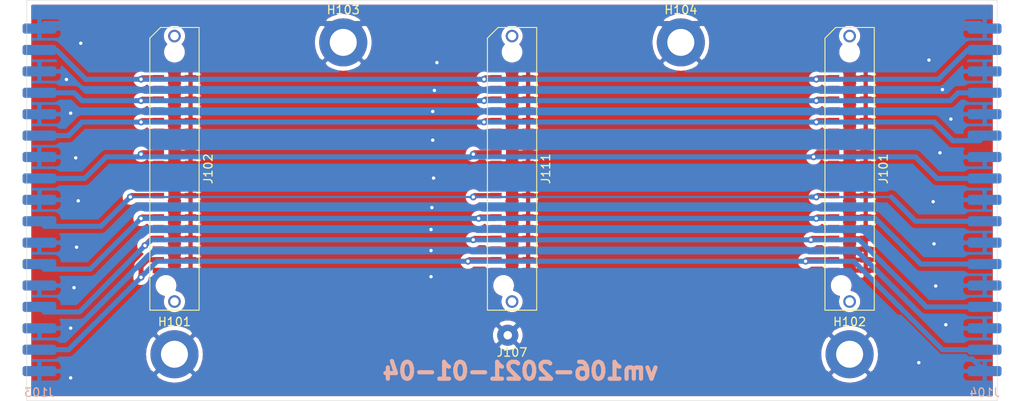
<source format=kicad_pcb>
(kicad_pcb (version 20171130) (host pcbnew "(5.1.5-0-10_14)")
  (layers (0 F.Cu signal) (31 B.Cu signal) (34 B.Paste user) (35 F.Paste user) (36 B.SilkS user) (37 F.SilkS user) (38 B.Mask user) (39 F.Mask user) (44 Edge.Cuts user))
  (net 0 "")
  (net 1 GND)
  (net 2 out_d)
  (net 3 out_c)
  (net 4 out_b)
  (net 5 out_a)
  (net 6 genlock)
  (net 7 vsync)
  (net 8 hsync)
  (net 9 porch)
  (module MountingHole:MountingHole_3.2mm_M3_ISO7380_Pad (layer F.Cu) (at 130 75)
    (fp_text reference H104 (at 0 -3.85) (layer F.SilkS))
    (fp_text value MountingHole_Pad)
    (pad 1 thru_hole circle (at 0 0) (size 5.7 5.7) (drill 3.2) (layers *.Cu *.Mask) (net 1 GND))
  )
  (module MountingHole:MountingHole_3.2mm_M3_ISO7380_Pad (layer F.Cu) (at 90 75)
    (fp_text reference H103 (at 0 -3.85) (layer F.SilkS))
    (fp_text value MountingHole_Pad)
    (pad 1 thru_hole circle (at 0 0) (size 5.7 5.7) (drill 3.2) (layers *.Cu *.Mask) (net 1 GND))
  )
  (module MountingHole:MountingHole_3.2mm_M3_ISO7380_Pad (layer F.Cu) (at 150 112)
    (fp_text reference H102 (at 0 -3.85) (layer F.SilkS))
    (fp_text value MountingHole_Pad)
    (pad 1 thru_hole circle (at 0 0) (size 5.7 5.7) (drill 3.2) (layers *.Cu *.Mask) (net 1 GND))
  )
  (module MountingHole:MountingHole_3.2mm_M3_ISO7380_Pad (layer F.Cu) (at 70 112)
    (fp_text reference H101 (at 0 -3.85) (layer F.SilkS))
    (fp_text value MountingHole_Pad)
    (pad 1 thru_hole circle (at 0 0) (size 5.7 5.7) (drill 3.2) (layers *.Cu *.Mask) (net 1 GND))
  )
  (module anyma_footprints:17pin-smd (layer B.Cu) (at 166 91.14 180)
    (fp_text reference J104 (at 0 -25.4) (layer B.SilkS) (effects (justify mirror)))
    (fp_text value Conn_01x17)
    (pad 17 smd roundrect (at 0 -22.86 180) (size 4 1.2) (layers B.Cu B.Paste B.Mask) (net 1 GND))
    (pad 16 smd roundrect (at 0 -20.32 180) (size 4 1.2) (layers B.Cu B.Paste B.Mask) (net 2 out_d))
    (pad 15 smd roundrect (at 0 -17.78 180) (size 4 1.2) (layers B.Cu B.Paste B.Mask) (net 1 GND))
    (pad 14 smd roundrect (at 0 -15.24 180) (size 4 1.2) (layers B.Cu B.Paste B.Mask) (net 3 out_c))
    (pad 13 smd roundrect (at 0 -12.7 180) (size 4 1.2) (layers B.Cu B.Paste B.Mask) (net 1 GND))
    (pad 12 smd roundrect (at 0 -10.16 180) (size 4 1.2) (layers B.Cu B.Paste B.Mask) (net 4 out_b))
    (pad 11 smd roundrect (at 0 -7.62 180) (size 4 1.2) (layers B.Cu B.Paste B.Mask) (net 1 GND))
    (pad 10 smd roundrect (at 0 -5.08 180) (size 4 1.2) (layers B.Cu B.Paste B.Mask) (net 5 out_a))
    (pad 9 smd roundrect (at 0 -2.54 180) (size 4 1.2) (layers B.Cu B.Paste B.Mask) (net 1 GND))
    (pad 8 smd roundrect (at 0 0 180) (size 4 1.2) (layers B.Cu B.Paste B.Mask) (net 6 genlock))
    (pad 7 smd roundrect (at 0 2.54 180) (size 4 1.2) (layers B.Cu B.Paste B.Mask) (net 1 GND))
    (pad 6 smd roundrect (at 0 5.08 180) (size 4 1.2) (layers B.Cu B.Paste B.Mask) (net 7 vsync))
    (pad 5 smd roundrect (at 0 7.62 180) (size 4 1.2) (layers B.Cu B.Paste B.Mask) (net 1 GND))
    (pad 4 smd roundrect (at 0 10.16 180) (size 4 1.2) (layers B.Cu B.Paste B.Mask) (net 8 hsync))
    (pad 3 smd roundrect (at 0 12.7 180) (size 4 1.2) (layers B.Cu B.Paste B.Mask) (net 1 GND))
    (pad 2 smd roundrect (at 0 15.24 180) (size 4 1.2) (layers B.Cu B.Paste B.Mask) (net 9 porch))
    (pad 1 smd roundrect (at 0 17.78 180) (size 4 1.2) (layers B.Cu B.Paste B.Mask) (net 1 GND))
  )
  (module anyma_footprints:17pin-smd (layer B.Cu) (at 54 91.14 180)
    (fp_text reference J103 (at 0 -25.4) (layer B.SilkS) (effects (justify mirror)))
    (fp_text value Conn_01x17)
    (pad 17 smd roundrect (at 0 -22.86 180) (size 4 1.2) (layers B.Cu B.Paste B.Mask) (net 1 GND))
    (pad 16 smd roundrect (at 0 -20.32 180) (size 4 1.2) (layers B.Cu B.Paste B.Mask) (net 2 out_d))
    (pad 15 smd roundrect (at 0 -17.78 180) (size 4 1.2) (layers B.Cu B.Paste B.Mask) (net 1 GND))
    (pad 14 smd roundrect (at 0 -15.24 180) (size 4 1.2) (layers B.Cu B.Paste B.Mask) (net 3 out_c))
    (pad 13 smd roundrect (at 0 -12.7 180) (size 4 1.2) (layers B.Cu B.Paste B.Mask) (net 1 GND))
    (pad 12 smd roundrect (at 0 -10.16 180) (size 4 1.2) (layers B.Cu B.Paste B.Mask) (net 4 out_b))
    (pad 11 smd roundrect (at 0 -7.62 180) (size 4 1.2) (layers B.Cu B.Paste B.Mask) (net 1 GND))
    (pad 10 smd roundrect (at 0 -5.08 180) (size 4 1.2) (layers B.Cu B.Paste B.Mask) (net 5 out_a))
    (pad 9 smd roundrect (at 0 -2.54 180) (size 4 1.2) (layers B.Cu B.Paste B.Mask) (net 1 GND))
    (pad 8 smd roundrect (at 0 0 180) (size 4 1.2) (layers B.Cu B.Paste B.Mask) (net 6 genlock))
    (pad 7 smd roundrect (at 0 2.54 180) (size 4 1.2) (layers B.Cu B.Paste B.Mask) (net 1 GND))
    (pad 6 smd roundrect (at 0 5.08 180) (size 4 1.2) (layers B.Cu B.Paste B.Mask) (net 7 vsync))
    (pad 5 smd roundrect (at 0 7.62 180) (size 4 1.2) (layers B.Cu B.Paste B.Mask) (net 1 GND))
    (pad 4 smd roundrect (at 0 10.16 180) (size 4 1.2) (layers B.Cu B.Paste B.Mask) (net 8 hsync))
    (pad 3 smd roundrect (at 0 12.7 180) (size 4 1.2) (layers B.Cu B.Paste B.Mask) (net 1 GND))
    (pad 2 smd roundrect (at 0 15.24 180) (size 4 1.2) (layers B.Cu B.Paste B.Mask) (net 9 porch))
    (pad 1 smd roundrect (at 0 17.78 180) (size 4 1.2) (layers B.Cu B.Paste B.Mask) (net 1 GND))
  )
  (module Connector_PCBEdge:Samtec_MECF-20-01-L-DV-WT_2x20_P1.27mm_Polarized_Socket_Horizontal (layer F.Cu) (at 110 90 270)
    (fp_text reference J111 (at 0 -4 90) (layer F.SilkS))
    (fp_text value Card-Edge_02x20_Odd_Even)
    (fp_line (start -15.5 2.92) (end -16.77 1.65) (layer F.SilkS) (width 0.12))
    (fp_line (start 16.77 2.92) (end 16.77 -2.92) (layer F.SilkS) (width 0.12))
    (fp_line (start -16.77 1.65) (end -16.77 -2.92) (layer F.SilkS) (width 0.12))
    (fp_line (start -16.77 -2.92) (end 16.77 -2.92) (layer F.SilkS) (width 0.12))
    (fp_line (start -15.5 2.92) (end 16.77 2.92) (layer F.SilkS) (width 0.12))
    (pad "" thru_hole circle (at 15.75 0 270) (size 1.5 1.5) (drill 1) (layers *.Cu *.Mask))
    (pad "" thru_hole circle (at -15.75 0 270) (size 1.5 1.5) (drill 1) (layers *.Cu *.Mask))
    (pad "" np_thru_hole circle (at 13.845 1 270) (size 1.45 1.45) (drill 1.45) (layers *.Cu *.Mask))
    (pad "" np_thru_hole circle (at -13.845 0 270) (size 1.45 1.45) (drill 1.45) (layers *.Cu *.Mask))
    (pad 40 smd rect (at 12.065 -1.905 270) (size 0.66 1.35) (layers F.Cu F.Paste F.Mask) (net 1 GND))
    (pad 39 smd rect (at 12.065 1.905 270) (size 0.66 1.35) (layers F.Cu F.Paste F.Mask) (net 1 GND))
    (pad 38 smd rect (at 10.795 -1.905 270) (size 0.66 1.35) (layers F.Cu F.Paste F.Mask) (net 1 GND))
    (pad 37 smd rect (at 10.795 1.905 270) (size 0.66 1.35) (layers F.Cu F.Paste F.Mask) (net 2 out_d))
    (pad 36 smd rect (at 9.525 -1.905 270) (size 0.66 1.35) (layers F.Cu F.Paste F.Mask) (net 1 GND))
    (pad 35 smd rect (at 9.525 1.905 270) (size 0.66 1.35) (layers F.Cu F.Paste F.Mask) (net 1 GND))
    (pad 34 smd rect (at 8.255 -1.905 270) (size 0.66 1.35) (layers F.Cu F.Paste F.Mask) (net 1 GND))
    (pad 33 smd rect (at 8.255 1.905 270) (size 0.66 1.35) (layers F.Cu F.Paste F.Mask) (net 3 out_c))
    (pad 32 smd rect (at 6.985 -1.905 270) (size 0.66 1.35) (layers F.Cu F.Paste F.Mask) (net 1 GND))
    (pad 31 smd rect (at 6.985 1.905 270) (size 0.66 1.35) (layers F.Cu F.Paste F.Mask) (net 1 GND))
    (pad 30 smd rect (at 5.715 -1.905 270) (size 0.66 1.35) (layers F.Cu F.Paste F.Mask) (net 1 GND))
    (pad 29 smd rect (at 5.715 1.905 270) (size 0.66 1.35) (layers F.Cu F.Paste F.Mask) (net 4 out_b))
    (pad 28 smd rect (at 4.445 -1.905 270) (size 0.66 1.35) (layers F.Cu F.Paste F.Mask) (net 1 GND))
    (pad 27 smd rect (at 4.445 1.905 270) (size 0.66 1.35) (layers F.Cu F.Paste F.Mask) (net 1 GND))
    (pad 26 smd rect (at 3.175 -1.905 270) (size 0.66 1.35) (layers F.Cu F.Paste F.Mask) (net 1 GND))
    (pad 25 smd rect (at 3.175 1.905 270) (size 0.66 1.35) (layers F.Cu F.Paste F.Mask) (net 5 out_a))
    (pad 24 smd rect (at 1.905 -1.905 270) (size 0.66 1.35) (layers F.Cu F.Paste F.Mask) (net 1 GND))
    (pad 23 smd rect (at 1.905 1.905 270) (size 0.66 1.35) (layers F.Cu F.Paste F.Mask) (net 1 GND))
    (pad 22 smd rect (at 0.635 -1.905 270) (size 0.66 1.35) (layers F.Cu F.Paste F.Mask) (net 1 GND))
    (pad 21 smd rect (at 0.635 1.905 270) (size 0.66 1.35) (layers F.Cu F.Paste F.Mask) (net 1 GND))
    (pad 20 smd rect (at -0.635 -1.905 270) (size 0.66 1.35) (layers F.Cu F.Paste F.Mask) (net 1 GND))
    (pad 19 smd rect (at -0.635 1.905 270) (size 0.66 1.35) (layers F.Cu F.Paste F.Mask) (net 1 GND))
    (pad 18 smd rect (at -1.905 -1.905 270) (size 0.66 1.35) (layers F.Cu F.Paste F.Mask) (net 1 GND))
    (pad 17 smd rect (at -1.905 1.905 270) (size 0.66 1.35) (layers F.Cu F.Paste F.Mask) (net 6 genlock))
    (pad 14 smd rect (at -4.445 -1.905 270) (size 0.66 1.35) (layers F.Cu F.Paste F.Mask) (net 1 GND))
    (pad 13 smd rect (at -4.445 1.905 270) (size 0.66 1.35) (layers F.Cu F.Paste F.Mask) (net 1 GND))
    (pad 12 smd rect (at -5.715 -1.905 270) (size 0.66 1.35) (layers F.Cu F.Paste F.Mask) (net 1 GND))
    (pad 11 smd rect (at -5.715 1.905 270) (size 0.66 1.35) (layers F.Cu F.Paste F.Mask) (net 7 vsync))
    (pad 10 smd rect (at -6.985 -1.905 270) (size 0.66 1.35) (layers F.Cu F.Paste F.Mask) (net 1 GND))
    (pad 9 smd rect (at -6.985 1.905 270) (size 0.66 1.35) (layers F.Cu F.Paste F.Mask) (net 1 GND))
    (pad 8 smd rect (at -8.255 -1.905 270) (size 0.66 1.35) (layers F.Cu F.Paste F.Mask) (net 1 GND))
    (pad 7 smd rect (at -8.255 1.905 270) (size 0.66 1.35) (layers F.Cu F.Paste F.Mask) (net 8 hsync))
    (pad 6 smd rect (at -9.525 -1.905 270) (size 0.66 1.35) (layers F.Cu F.Paste F.Mask) (net 1 GND))
    (pad 5 smd rect (at -9.525 1.905 270) (size 0.66 1.35) (layers F.Cu F.Paste F.Mask) (net 1 GND))
    (pad 4 smd rect (at -10.795 -1.905 270) (size 0.66 1.35) (layers F.Cu F.Paste F.Mask) (net 1 GND))
    (pad 3 smd rect (at -10.795 1.905 270) (size 0.66 1.35) (layers F.Cu F.Paste F.Mask) (net 9 porch))
    (pad 2 smd rect (at -12.065 -1.905 270) (size 0.66 1.35) (layers F.Cu F.Paste F.Mask) (net 1 GND))
    (pad 1 smd rect (at -12.065 1.905 270) (size 0.66 1.35) (layers F.Cu F.Paste F.Mask) (net 1 GND))
  )
  (module synkie_footprints:Solderpad_1mm (layer F.Cu) (at 110 110)
    (fp_text reference J107 (at 0 1.778) (layer F.SilkS))
    (fp_text value gnd)
    (pad 1 thru_hole circle (at -0.508 -0.254) (size 2.5 2.5) (drill 1) (layers *.Cu *.Mask) (net 1 GND))
  )
  (module Connector_PCBEdge:Samtec_MECF-20-01-L-DV-WT_2x20_P1.27mm_Polarized_Socket_Horizontal (layer F.Cu) (at 70 90 270)
    (fp_text reference J102 (at 0 -4 90) (layer F.SilkS))
    (fp_text value Card-Edge_02x20_Odd_Even)
    (fp_line (start -15.5 2.92) (end -16.77 1.65) (layer F.SilkS) (width 0.12))
    (fp_line (start 16.77 2.92) (end 16.77 -2.92) (layer F.SilkS) (width 0.12))
    (fp_line (start -16.77 1.65) (end -16.77 -2.92) (layer F.SilkS) (width 0.12))
    (fp_line (start -16.77 -2.92) (end 16.77 -2.92) (layer F.SilkS) (width 0.12))
    (fp_line (start -15.5 2.92) (end 16.77 2.92) (layer F.SilkS) (width 0.12))
    (pad "" thru_hole circle (at 15.75 0 270) (size 1.5 1.5) (drill 1) (layers *.Cu *.Mask))
    (pad "" thru_hole circle (at -15.75 0 270) (size 1.5 1.5) (drill 1) (layers *.Cu *.Mask))
    (pad "" np_thru_hole circle (at 13.845 1 270) (size 1.45 1.45) (drill 1.45) (layers *.Cu *.Mask))
    (pad "" np_thru_hole circle (at -13.845 0 270) (size 1.45 1.45) (drill 1.45) (layers *.Cu *.Mask))
    (pad 40 smd rect (at 12.065 -1.905 270) (size 0.66 1.35) (layers F.Cu F.Paste F.Mask) (net 1 GND))
    (pad 39 smd rect (at 12.065 1.905 270) (size 0.66 1.35) (layers F.Cu F.Paste F.Mask) (net 1 GND))
    (pad 38 smd rect (at 10.795 -1.905 270) (size 0.66 1.35) (layers F.Cu F.Paste F.Mask) (net 1 GND))
    (pad 37 smd rect (at 10.795 1.905 270) (size 0.66 1.35) (layers F.Cu F.Paste F.Mask) (net 2 out_d))
    (pad 36 smd rect (at 9.525 -1.905 270) (size 0.66 1.35) (layers F.Cu F.Paste F.Mask) (net 1 GND))
    (pad 35 smd rect (at 9.525 1.905 270) (size 0.66 1.35) (layers F.Cu F.Paste F.Mask) (net 1 GND))
    (pad 34 smd rect (at 8.255 -1.905 270) (size 0.66 1.35) (layers F.Cu F.Paste F.Mask) (net 1 GND))
    (pad 33 smd rect (at 8.255 1.905 270) (size 0.66 1.35) (layers F.Cu F.Paste F.Mask) (net 3 out_c))
    (pad 32 smd rect (at 6.985 -1.905 270) (size 0.66 1.35) (layers F.Cu F.Paste F.Mask) (net 1 GND))
    (pad 31 smd rect (at 6.985 1.905 270) (size 0.66 1.35) (layers F.Cu F.Paste F.Mask) (net 1 GND))
    (pad 30 smd rect (at 5.715 -1.905 270) (size 0.66 1.35) (layers F.Cu F.Paste F.Mask) (net 1 GND))
    (pad 29 smd rect (at 5.715 1.905 270) (size 0.66 1.35) (layers F.Cu F.Paste F.Mask) (net 4 out_b))
    (pad 28 smd rect (at 4.445 -1.905 270) (size 0.66 1.35) (layers F.Cu F.Paste F.Mask) (net 1 GND))
    (pad 27 smd rect (at 4.445 1.905 270) (size 0.66 1.35) (layers F.Cu F.Paste F.Mask) (net 1 GND))
    (pad 26 smd rect (at 3.175 -1.905 270) (size 0.66 1.35) (layers F.Cu F.Paste F.Mask) (net 1 GND))
    (pad 25 smd rect (at 3.175 1.905 270) (size 0.66 1.35) (layers F.Cu F.Paste F.Mask) (net 5 out_a))
    (pad 24 smd rect (at 1.905 -1.905 270) (size 0.66 1.35) (layers F.Cu F.Paste F.Mask) (net 1 GND))
    (pad 23 smd rect (at 1.905 1.905 270) (size 0.66 1.35) (layers F.Cu F.Paste F.Mask) (net 1 GND))
    (pad 22 smd rect (at 0.635 -1.905 270) (size 0.66 1.35) (layers F.Cu F.Paste F.Mask) (net 1 GND))
    (pad 21 smd rect (at 0.635 1.905 270) (size 0.66 1.35) (layers F.Cu F.Paste F.Mask) (net 1 GND))
    (pad 20 smd rect (at -0.635 -1.905 270) (size 0.66 1.35) (layers F.Cu F.Paste F.Mask) (net 1 GND))
    (pad 19 smd rect (at -0.635 1.905 270) (size 0.66 1.35) (layers F.Cu F.Paste F.Mask) (net 1 GND))
    (pad 18 smd rect (at -1.905 -1.905 270) (size 0.66 1.35) (layers F.Cu F.Paste F.Mask) (net 1 GND))
    (pad 17 smd rect (at -1.905 1.905 270) (size 0.66 1.35) (layers F.Cu F.Paste F.Mask) (net 6 genlock))
    (pad 14 smd rect (at -4.445 -1.905 270) (size 0.66 1.35) (layers F.Cu F.Paste F.Mask) (net 1 GND))
    (pad 13 smd rect (at -4.445 1.905 270) (size 0.66 1.35) (layers F.Cu F.Paste F.Mask) (net 1 GND))
    (pad 12 smd rect (at -5.715 -1.905 270) (size 0.66 1.35) (layers F.Cu F.Paste F.Mask) (net 1 GND))
    (pad 11 smd rect (at -5.715 1.905 270) (size 0.66 1.35) (layers F.Cu F.Paste F.Mask) (net 7 vsync))
    (pad 10 smd rect (at -6.985 -1.905 270) (size 0.66 1.35) (layers F.Cu F.Paste F.Mask) (net 1 GND))
    (pad 9 smd rect (at -6.985 1.905 270) (size 0.66 1.35) (layers F.Cu F.Paste F.Mask) (net 1 GND))
    (pad 8 smd rect (at -8.255 -1.905 270) (size 0.66 1.35) (layers F.Cu F.Paste F.Mask) (net 1 GND))
    (pad 7 smd rect (at -8.255 1.905 270) (size 0.66 1.35) (layers F.Cu F.Paste F.Mask) (net 8 hsync))
    (pad 6 smd rect (at -9.525 -1.905 270) (size 0.66 1.35) (layers F.Cu F.Paste F.Mask) (net 1 GND))
    (pad 5 smd rect (at -9.525 1.905 270) (size 0.66 1.35) (layers F.Cu F.Paste F.Mask) (net 1 GND))
    (pad 4 smd rect (at -10.795 -1.905 270) (size 0.66 1.35) (layers F.Cu F.Paste F.Mask) (net 1 GND))
    (pad 3 smd rect (at -10.795 1.905 270) (size 0.66 1.35) (layers F.Cu F.Paste F.Mask) (net 9 porch))
    (pad 2 smd rect (at -12.065 -1.905 270) (size 0.66 1.35) (layers F.Cu F.Paste F.Mask) (net 1 GND))
    (pad 1 smd rect (at -12.065 1.905 270) (size 0.66 1.35) (layers F.Cu F.Paste F.Mask) (net 1 GND))
  )
  (module Connector_PCBEdge:Samtec_MECF-20-01-L-DV-WT_2x20_P1.27mm_Polarized_Socket_Horizontal (layer F.Cu) (at 150 90 270)
    (fp_text reference J101 (at 0 -4 90) (layer F.SilkS))
    (fp_text value Card-Edge_02x20_Odd_Even)
    (fp_line (start -15.5 2.92) (end -16.77 1.65) (layer F.SilkS) (width 0.12))
    (fp_line (start 16.77 2.92) (end 16.77 -2.92) (layer F.SilkS) (width 0.12))
    (fp_line (start -16.77 1.65) (end -16.77 -2.92) (layer F.SilkS) (width 0.12))
    (fp_line (start -16.77 -2.92) (end 16.77 -2.92) (layer F.SilkS) (width 0.12))
    (fp_line (start -15.5 2.92) (end 16.77 2.92) (layer F.SilkS) (width 0.12))
    (pad "" thru_hole circle (at 15.75 0 270) (size 1.5 1.5) (drill 1) (layers *.Cu *.Mask))
    (pad "" thru_hole circle (at -15.75 0 270) (size 1.5 1.5) (drill 1) (layers *.Cu *.Mask))
    (pad "" np_thru_hole circle (at 13.845 1 270) (size 1.45 1.45) (drill 1.45) (layers *.Cu *.Mask))
    (pad "" np_thru_hole circle (at -13.845 0 270) (size 1.45 1.45) (drill 1.45) (layers *.Cu *.Mask))
    (pad 40 smd rect (at 12.065 -1.905 270) (size 0.66 1.35) (layers F.Cu F.Paste F.Mask) (net 1 GND))
    (pad 39 smd rect (at 12.065 1.905 270) (size 0.66 1.35) (layers F.Cu F.Paste F.Mask) (net 1 GND))
    (pad 38 smd rect (at 10.795 -1.905 270) (size 0.66 1.35) (layers F.Cu F.Paste F.Mask) (net 1 GND))
    (pad 37 smd rect (at 10.795 1.905 270) (size 0.66 1.35) (layers F.Cu F.Paste F.Mask) (net 2 out_d))
    (pad 36 smd rect (at 9.525 -1.905 270) (size 0.66 1.35) (layers F.Cu F.Paste F.Mask) (net 1 GND))
    (pad 35 smd rect (at 9.525 1.905 270) (size 0.66 1.35) (layers F.Cu F.Paste F.Mask) (net 1 GND))
    (pad 34 smd rect (at 8.255 -1.905 270) (size 0.66 1.35) (layers F.Cu F.Paste F.Mask) (net 1 GND))
    (pad 33 smd rect (at 8.255 1.905 270) (size 0.66 1.35) (layers F.Cu F.Paste F.Mask) (net 3 out_c))
    (pad 32 smd rect (at 6.985 -1.905 270) (size 0.66 1.35) (layers F.Cu F.Paste F.Mask) (net 1 GND))
    (pad 31 smd rect (at 6.985 1.905 270) (size 0.66 1.35) (layers F.Cu F.Paste F.Mask) (net 1 GND))
    (pad 30 smd rect (at 5.715 -1.905 270) (size 0.66 1.35) (layers F.Cu F.Paste F.Mask) (net 1 GND))
    (pad 29 smd rect (at 5.715 1.905 270) (size 0.66 1.35) (layers F.Cu F.Paste F.Mask) (net 4 out_b))
    (pad 28 smd rect (at 4.445 -1.905 270) (size 0.66 1.35) (layers F.Cu F.Paste F.Mask) (net 1 GND))
    (pad 27 smd rect (at 4.445 1.905 270) (size 0.66 1.35) (layers F.Cu F.Paste F.Mask) (net 1 GND))
    (pad 26 smd rect (at 3.175 -1.905 270) (size 0.66 1.35) (layers F.Cu F.Paste F.Mask) (net 1 GND))
    (pad 25 smd rect (at 3.175 1.905 270) (size 0.66 1.35) (layers F.Cu F.Paste F.Mask) (net 5 out_a))
    (pad 24 smd rect (at 1.905 -1.905 270) (size 0.66 1.35) (layers F.Cu F.Paste F.Mask) (net 1 GND))
    (pad 23 smd rect (at 1.905 1.905 270) (size 0.66 1.35) (layers F.Cu F.Paste F.Mask) (net 1 GND))
    (pad 22 smd rect (at 0.635 -1.905 270) (size 0.66 1.35) (layers F.Cu F.Paste F.Mask) (net 1 GND))
    (pad 21 smd rect (at 0.635 1.905 270) (size 0.66 1.35) (layers F.Cu F.Paste F.Mask) (net 1 GND))
    (pad 20 smd rect (at -0.635 -1.905 270) (size 0.66 1.35) (layers F.Cu F.Paste F.Mask) (net 1 GND))
    (pad 19 smd rect (at -0.635 1.905 270) (size 0.66 1.35) (layers F.Cu F.Paste F.Mask) (net 1 GND))
    (pad 18 smd rect (at -1.905 -1.905 270) (size 0.66 1.35) (layers F.Cu F.Paste F.Mask) (net 1 GND))
    (pad 17 smd rect (at -1.905 1.905 270) (size 0.66 1.35) (layers F.Cu F.Paste F.Mask) (net 6 genlock))
    (pad 14 smd rect (at -4.445 -1.905 270) (size 0.66 1.35) (layers F.Cu F.Paste F.Mask) (net 1 GND))
    (pad 13 smd rect (at -4.445 1.905 270) (size 0.66 1.35) (layers F.Cu F.Paste F.Mask) (net 1 GND))
    (pad 12 smd rect (at -5.715 -1.905 270) (size 0.66 1.35) (layers F.Cu F.Paste F.Mask) (net 1 GND))
    (pad 11 smd rect (at -5.715 1.905 270) (size 0.66 1.35) (layers F.Cu F.Paste F.Mask) (net 7 vsync))
    (pad 10 smd rect (at -6.985 -1.905 270) (size 0.66 1.35) (layers F.Cu F.Paste F.Mask) (net 1 GND))
    (pad 9 smd rect (at -6.985 1.905 270) (size 0.66 1.35) (layers F.Cu F.Paste F.Mask) (net 1 GND))
    (pad 8 smd rect (at -8.255 -1.905 270) (size 0.66 1.35) (layers F.Cu F.Paste F.Mask) (net 1 GND))
    (pad 7 smd rect (at -8.255 1.905 270) (size 0.66 1.35) (layers F.Cu F.Paste F.Mask) (net 8 hsync))
    (pad 6 smd rect (at -9.525 -1.905 270) (size 0.66 1.35) (layers F.Cu F.Paste F.Mask) (net 1 GND))
    (pad 5 smd rect (at -9.525 1.905 270) (size 0.66 1.35) (layers F.Cu F.Paste F.Mask) (net 1 GND))
    (pad 4 smd rect (at -10.795 -1.905 270) (size 0.66 1.35) (layers F.Cu F.Paste F.Mask) (net 1 GND))
    (pad 3 smd rect (at -10.795 1.905 270) (size 0.66 1.35) (layers F.Cu F.Paste F.Mask) (net 9 porch))
    (pad 2 smd rect (at -12.065 -1.905 270) (size 0.66 1.35) (layers F.Cu F.Paste F.Mask) (net 1 GND))
    (pad 1 smd rect (at -12.065 1.905 270) (size 0.66 1.35) (layers F.Cu F.Paste F.Mask) (net 1 GND))
  )
  (gr_text vm106-2021-01-04 (at 111 114) (layer B.SilkS) (effects (font (size 2 2) (thickness 0.5)) (justify mirror)))
  (gr_line (start 52.5 117.5) (end 52.5 70) (layer Edge.Cuts) (width 0.05))
  (gr_line (start 167.5 117.5) (end 52.5 117.5) (layer Edge.Cuts) (width 0.05))
  (gr_line (start 167.5 70) (end 167.5 117.5) (layer Edge.Cuts) (width 0.05))
  (gr_line (start 52.5 70) (end 167.5 70) (layer Edge.Cuts) (width 0.05))
  (segment (start 54.6 72.76) (end 54 73.36) (width 0.6) (layer B.Cu) (net 1))
  (segment (start 165.4 72.76) (end 54.6 72.76) (width 0.6) (layer B.Cu) (net 1))
  (segment (start 166 73.36) (end 165.4 72.76) (width 0.6) (layer B.Cu) (net 1))
  (via (at 100.6 86.6) (size 0.8) (drill 0.4) (layers F.Cu B.Cu) (net 1))
  (via (at 100.7 91.1) (size 0.8) (drill 0.4) (layers F.Cu B.Cu) (net 1))
  (via (at 100.5 94.6) (size 0.8) (drill 0.4) (layers F.Cu B.Cu) (net 1))
  (via (at 100.4 97.2) (size 0.8) (drill 0.4) (layers F.Cu B.Cu) (net 1))
  (via (at 100.4 99.7) (size 0.8) (drill 0.4) (layers F.Cu B.Cu) (net 1))
  (via (at 100.4 102.8) (size 0.8) (drill 0.4) (layers F.Cu B.Cu) (net 1))
  (via (at 100.6 83.2) (size 0.8) (drill 0.4) (layers F.Cu B.Cu) (net 1))
  (via (at 100.8 80.7) (size 0.8) (drill 0.4) (layers F.Cu B.Cu) (net 1))
  (via (at 101.1 77.4) (size 0.8) (drill 0.4) (layers F.Cu B.Cu) (net 1))
  (via (at 159.4 77.1) (size 0.8) (drill 0.4) (layers F.Cu B.Cu) (net 1))
  (via (at 161 80.6) (size 0.8) (drill 0.4) (layers F.Cu B.Cu) (net 1))
  (via (at 162 84.1) (size 0.8) (drill 0.4) (layers F.Cu B.Cu) (net 1))
  (via (at 160.7 88.1) (size 0.8) (drill 0.4) (layers F.Cu B.Cu) (net 1))
  (via (at 159.9 93.9) (size 0.8) (drill 0.4) (layers F.Cu B.Cu) (net 1))
  (via (at 160 98.9) (size 0.8) (drill 0.4) (layers F.Cu B.Cu) (net 1))
  (via (at 160.2 103.9) (size 0.8) (drill 0.4) (layers F.Cu B.Cu) (net 1))
  (via (at 161.4 108.5) (size 0.8) (drill 0.4) (layers F.Cu B.Cu) (net 1))
  (via (at 158.2 113) (size 0.8) (drill 0.4) (layers F.Cu B.Cu) (net 1))
  (via (at 58.9 75.1) (size 0.8) (drill 0.4) (layers F.Cu B.Cu) (net 1))
  (via (at 57.2 79.4) (size 0.8) (drill 0.4) (layers F.Cu B.Cu) (net 1))
  (via (at 57.7 83.4) (size 0.8) (drill 0.4) (layers F.Cu B.Cu) (net 1))
  (via (at 58.3 88.7) (size 0.8) (drill 0.4) (layers F.Cu B.Cu) (net 1))
  (via (at 58.6 93.8) (size 0.8) (drill 0.4) (layers F.Cu B.Cu) (net 1))
  (via (at 58.4 99.3) (size 0.8) (drill 0.4) (layers F.Cu B.Cu) (net 1))
  (via (at 58.1 104.1) (size 0.8) (drill 0.4) (layers F.Cu B.Cu) (net 1))
  (via (at 57.7 108.9) (size 0.8) (drill 0.4) (layers F.Cu B.Cu) (net 1))
  (via (at 57.7 114.8) (size 0.8) (drill 0.4) (layers F.Cu B.Cu) (net 1))
  (segment (start 164.56001 112.56001) (end 166 114) (width 0.6) (layer B.Cu) (net 1))
  (segment (start 163.668624 112.26001) (end 163.968624 112.56001) (width 0.6) (layer B.Cu) (net 1))
  (segment (start 160.658626 112.26001) (end 163.668624 112.26001) (width 0.6) (layer B.Cu) (net 1))
  (segment (start 111.638 107.6) (end 155.998616 107.6) (width 0.6) (layer B.Cu) (net 1))
  (segment (start 155.998616 107.6) (end 160.658626 112.26001) (width 0.6) (layer B.Cu) (net 1))
  (segment (start 163.968624 112.56001) (end 164.56001 112.56001) (width 0.6) (layer B.Cu) (net 1))
  (segment (start 109.492 109.746) (end 111.638 107.6) (width 0.6) (layer B.Cu) (net 1))
  (segment (start 160.99 111.46) (end 166 111.46) (width 0.6) (layer B.Cu) (net 2))
  (segment (start 150.495 100.965) (end 160.99 111.46) (width 0.6) (layer B.Cu) (net 2))
  (segment (start 54 111.46) (end 57.45 111.46) (width 0.6) (layer B.Cu) (net 2))
  (via (at 104.775 100.965) (size 0.8) (drill 0.4) (layers F.Cu B.Cu) (net 2))
  (segment (start 104.945 100.795) (end 104.775 100.965) (width 0.6) (layer F.Cu) (net 2))
  (segment (start 108.095 100.795) (end 104.945 100.795) (width 0.6) (layer F.Cu) (net 2))
  (segment (start 67.945 100.965) (end 104.775 100.965) (width 0.6) (layer B.Cu) (net 2))
  (via (at 66.04 102.87) (size 0.8) (drill 0.4) (layers F.Cu B.Cu) (net 2))
  (segment (start 68.095 100.795) (end 66.82 100.795) (width 0.6) (layer F.Cu) (net 2))
  (segment (start 66.82 100.795) (end 66.04 101.575) (width 0.6) (layer F.Cu) (net 2))
  (segment (start 66.04 101.575) (end 66.04 102.87) (width 0.6) (layer F.Cu) (net 2))
  (segment (start 66.04 102.87) (end 67.945 100.965) (width 0.6) (layer B.Cu) (net 2))
  (segment (start 57.45 111.46) (end 66.04 102.87) (width 0.6) (layer B.Cu) (net 2))
  (segment (start 148.095 100.795) (end 144.95 100.795) (width 0.6) (layer F.Cu) (net 2))
  (segment (start 144.95 100.795) (end 144.78 100.965) (width 0.6) (layer F.Cu) (net 2))
  (segment (start 144.78 100.965) (end 150.495 100.965) (width 0.6) (layer B.Cu) (net 2))
  (via (at 144.78 100.965) (size 0.8) (drill 0.4) (layers F.Cu B.Cu) (net 2))
  (segment (start 104.775 100.965) (end 144.78 100.965) (width 0.6) (layer B.Cu) (net 2))
  (segment (start 54.6 106.98) (end 58.755 106.98) (width 0.6) (layer B.Cu) (net 3))
  (segment (start 54 106.38) (end 54.6 106.98) (width 0.6) (layer B.Cu) (net 3))
  (segment (start 159.085 106.38) (end 166 106.38) (width 0.6) (layer B.Cu) (net 3))
  (segment (start 151.13 98.425) (end 159.085 106.38) (width 0.6) (layer B.Cu) (net 3))
  (via (at 105.41 98.425) (size 0.8) (drill 0.4) (layers F.Cu B.Cu) (net 3))
  (segment (start 105.58 98.255) (end 105.41 98.425) (width 0.6) (layer F.Cu) (net 3))
  (segment (start 108.095 98.255) (end 105.58 98.255) (width 0.6) (layer F.Cu) (net 3))
  (segment (start 67.31 98.425) (end 105.41 98.425) (width 0.6) (layer B.Cu) (net 3))
  (segment (start 148.095 98.255) (end 145.585 98.255) (width 0.6) (layer F.Cu) (net 3))
  (segment (start 145.415 98.425) (end 151.13 98.425) (width 0.6) (layer B.Cu) (net 3))
  (via (at 145.415 98.425) (size 0.8) (drill 0.4) (layers F.Cu B.Cu) (net 3))
  (segment (start 145.585 98.255) (end 145.415 98.425) (width 0.6) (layer F.Cu) (net 3))
  (segment (start 105.41 98.425) (end 145.415 98.425) (width 0.6) (layer B.Cu) (net 3))
  (via (at 66.5 99.1) (size 0.8) (drill 0.4) (layers F.Cu B.Cu) (net 3))
  (segment (start 67.345 98.255) (end 66.5 99.1) (width 0.6) (layer F.Cu) (net 3))
  (segment (start 68.095 98.255) (end 67.345 98.255) (width 0.6) (layer F.Cu) (net 3))
  (segment (start 66.5 99.1) (end 67.31 98.425) (width 0.6) (layer B.Cu) (net 3))
  (segment (start 58.755 106.98) (end 66.5 99.1) (width 0.6) (layer B.Cu) (net 3))
  (segment (start 54.6 101.9) (end 60.025 101.9) (width 0.6) (layer B.Cu) (net 4))
  (segment (start 54 101.3) (end 54.6 101.9) (width 0.6) (layer B.Cu) (net 4))
  (segment (start 60.025 101.9) (end 66.04 95.885) (width 0.6) (layer B.Cu) (net 4))
  (segment (start 158.45 101.3) (end 166 101.3) (width 0.6) (layer B.Cu) (net 4))
  (segment (start 153.035 95.885) (end 158.45 101.3) (width 0.6) (layer B.Cu) (net 4))
  (via (at 106.045 95.885) (size 0.8) (drill 0.4) (layers F.Cu B.Cu) (net 4))
  (segment (start 107.95 95.885) (end 106.045 95.885) (width 0.6) (layer B.Cu) (net 4))
  (segment (start 66.04 95.885) (end 107.95 95.885) (width 0.6) (layer B.Cu) (net 4))
  (segment (start 106.215 95.715) (end 106.045 95.885) (width 0.6) (layer F.Cu) (net 4))
  (segment (start 108.095 95.715) (end 106.215 95.715) (width 0.6) (layer F.Cu) (net 4))
  (via (at 66.04 95.885) (size 0.8) (drill 0.4) (layers F.Cu B.Cu) (net 4))
  (segment (start 66.21 95.715) (end 66.04 95.885) (width 0.6) (layer F.Cu) (net 4))
  (segment (start 68.095 95.715) (end 66.21 95.715) (width 0.6) (layer F.Cu) (net 4))
  (via (at 146.05 95.885) (size 0.8) (drill 0.4) (layers F.Cu B.Cu) (net 4))
  (segment (start 146.22 95.715) (end 146.05 95.885) (width 0.6) (layer F.Cu) (net 4))
  (segment (start 148.095 95.715) (end 146.22 95.715) (width 0.6) (layer F.Cu) (net 4))
  (segment (start 146.05 95.885) (end 153.035 95.885) (width 0.6) (layer B.Cu) (net 4))
  (segment (start 107.95 95.885) (end 146.05 95.885) (width 0.6) (layer B.Cu) (net 4))
  (segment (start 54.6 96.82) (end 61.295 96.82) (width 0.6) (layer B.Cu) (net 5))
  (segment (start 54 96.22) (end 54.6 96.82) (width 0.6) (layer B.Cu) (net 5))
  (segment (start 61.295 96.82) (end 64.77 93.345) (width 0.6) (layer B.Cu) (net 5))
  (segment (start 157.815 96.22) (end 166 96.22) (width 0.6) (layer B.Cu) (net 5))
  (segment (start 154.94 93.345) (end 157.815 96.22) (width 0.6) (layer B.Cu) (net 5))
  (via (at 105.41 93.345) (size 0.8) (drill 0.4) (layers F.Cu B.Cu) (net 5))
  (segment (start 105.58 93.175) (end 105.41 93.345) (width 0.6) (layer F.Cu) (net 5))
  (segment (start 108.095 93.175) (end 105.58 93.175) (width 0.6) (layer F.Cu) (net 5))
  (segment (start 64.77 93.345) (end 105.41 93.345) (width 0.25) (layer B.Cu) (net 5))
  (via (at 64.77 93.345) (size 0.8) (drill 0.4) (layers F.Cu B.Cu) (net 5))
  (segment (start 64.94 93.175) (end 64.77 93.345) (width 0.6) (layer F.Cu) (net 5))
  (segment (start 68.095 93.175) (end 64.94 93.175) (width 0.6) (layer F.Cu) (net 5))
  (via (at 146.05 93.345) (size 0.8) (drill 0.4) (layers F.Cu B.Cu) (net 5))
  (segment (start 146.22 93.175) (end 146.05 93.345) (width 0.6) (layer F.Cu) (net 5))
  (segment (start 148.095 93.175) (end 146.22 93.175) (width 0.6) (layer F.Cu) (net 5))
  (segment (start 146.05 93.345) (end 145.415 93.345) (width 0.6) (layer B.Cu) (net 5))
  (segment (start 145.415 93.345) (end 154.94 93.345) (width 0.25) (layer B.Cu) (net 5))
  (segment (start 105.41 93.345) (end 145.415 93.345) (width 0.25) (layer B.Cu) (net 5))
  (via (at 105.41 88.265) (size 0.8) (drill 0.4) (layers F.Cu B.Cu) (net 6))
  (segment (start 105.58 88.095) (end 105.41 88.265) (width 0.6) (layer F.Cu) (net 6))
  (segment (start 108.095 88.095) (end 105.58 88.095) (width 0.6) (layer F.Cu) (net 6))
  (segment (start 59.355 91.14) (end 54 91.14) (width 0.6) (layer B.Cu) (net 6))
  (segment (start 61.9125 88.5825) (end 59.355 91.14) (width 0.6) (layer B.Cu) (net 6))
  (segment (start 160.355 91.14) (end 157.7975 88.5825) (width 0.6) (layer B.Cu) (net 6))
  (segment (start 166 91.14) (end 160.355 91.14) (width 0.6) (layer B.Cu) (net 6))
  (segment (start 65.7225 88.5825) (end 66.04 88.265) (width 0.6) (layer B.Cu) (net 6))
  (via (at 66.04 88.265) (size 0.8) (drill 0.4) (layers F.Cu B.Cu) (net 6))
  (segment (start 65.0875 88.5825) (end 65.7225 88.5825) (width 0.6) (layer B.Cu) (net 6))
  (segment (start 65.0875 88.5825) (end 61.9125 88.5825) (width 0.6) (layer B.Cu) (net 6))
  (segment (start 66.21 88.095) (end 66.04 88.265) (width 0.6) (layer F.Cu) (net 6))
  (segment (start 68.095 88.095) (end 66.21 88.095) (width 0.6) (layer F.Cu) (net 6))
  (via (at 145.7325 88.5825) (size 0.8) (drill 0.4) (layers F.Cu B.Cu) (net 6))
  (segment (start 146.22 88.095) (end 145.7325 88.5825) (width 0.6) (layer F.Cu) (net 6))
  (segment (start 148.095 88.095) (end 146.22 88.095) (width 0.6) (layer F.Cu) (net 6))
  (segment (start 157.7975 88.5825) (end 145.7325 88.5825) (width 0.6) (layer B.Cu) (net 6))
  (segment (start 104.8825 88.5825) (end 104.964999 88.664999) (width 0.6) (layer B.Cu) (net 6))
  (segment (start 105.010001 88.664999) (end 105.41 88.265) (width 0.6) (layer B.Cu) (net 6))
  (segment (start 104.964999 88.664999) (end 105.010001 88.664999) (width 0.6) (layer B.Cu) (net 6))
  (segment (start 145.7325 88.5825) (end 104.8825 88.5825) (width 0.6) (layer B.Cu) (net 6))
  (segment (start 104.8825 88.5825) (end 65.0875 88.5825) (width 0.6) (layer B.Cu) (net 6))
  (segment (start 165.4 86.66) (end 162.225 86.66) (width 0.6) (layer B.Cu) (net 7))
  (segment (start 166 86.06) (end 165.4 86.66) (width 0.6) (layer B.Cu) (net 7))
  (segment (start 162.225 86.66) (end 160.02 84.455) (width 0.6) (layer B.Cu) (net 7))
  (segment (start 57.45 86.06) (end 54 86.06) (width 0.6) (layer B.Cu) (net 7))
  (segment (start 59.055 84.455) (end 57.45 86.06) (width 0.6) (layer B.Cu) (net 7))
  (segment (start 106.85 84.285) (end 106.68 84.455) (width 0.6) (layer F.Cu) (net 7))
  (via (at 106.68 84.455) (size 0.8) (drill 0.4) (layers F.Cu B.Cu) (net 7))
  (segment (start 108.095 84.285) (end 106.85 84.285) (width 0.6) (layer F.Cu) (net 7))
  (via (at 66.04 84.455) (size 0.8) (drill 0.4) (layers F.Cu B.Cu) (net 7))
  (segment (start 68.095 84.285) (end 66.21 84.285) (width 0.6) (layer F.Cu) (net 7))
  (segment (start 66.21 84.285) (end 66.04 84.455) (width 0.6) (layer F.Cu) (net 7))
  (segment (start 66.04 84.455) (end 59.055 84.455) (width 0.6) (layer B.Cu) (net 7))
  (via (at 146.05 84.455) (size 0.8) (drill 0.4) (layers F.Cu B.Cu) (net 7))
  (segment (start 146.22 84.285) (end 146.05 84.455) (width 0.6) (layer F.Cu) (net 7))
  (segment (start 148.095 84.285) (end 146.22 84.285) (width 0.6) (layer F.Cu) (net 7))
  (segment (start 146.05 84.455) (end 66.04 84.455) (width 0.6) (layer B.Cu) (net 7))
  (segment (start 160.02 84.455) (end 146.05 84.455) (width 0.6) (layer B.Cu) (net 7))
  (segment (start 54 80.98) (end 58.12 80.98) (width 0.6) (layer B.Cu) (net 8))
  (segment (start 58.12 80.98) (end 59.055 81.915) (width 0.6) (layer B.Cu) (net 8))
  (segment (start 162.86 80.98) (end 166 80.98) (width 0.6) (layer B.Cu) (net 8))
  (segment (start 161.925 81.915) (end 162.86 80.98) (width 0.6) (layer B.Cu) (net 8))
  (segment (start 106.85 81.745) (end 106.68 81.915) (width 0.6) (layer F.Cu) (net 8))
  (via (at 106.68 81.915) (size 0.8) (drill 0.4) (layers F.Cu B.Cu) (net 8))
  (segment (start 108.095 81.745) (end 106.85 81.745) (width 0.6) (layer F.Cu) (net 8))
  (segment (start 66.21 81.745) (end 66.04 81.915) (width 0.6) (layer F.Cu) (net 8))
  (segment (start 68.095 81.745) (end 66.21 81.745) (width 0.6) (layer F.Cu) (net 8))
  (via (at 66.04 81.915) (size 0.8) (drill 0.4) (layers F.Cu B.Cu) (net 8))
  (segment (start 59.055 81.915) (end 66.04 81.915) (width 0.6) (layer B.Cu) (net 8))
  (via (at 146.05 81.915) (size 0.8) (drill 0.4) (layers F.Cu B.Cu) (net 8))
  (segment (start 146.22 81.745) (end 146.05 81.915) (width 0.6) (layer F.Cu) (net 8))
  (segment (start 146.05 81.915) (end 161.925 81.915) (width 0.6) (layer B.Cu) (net 8))
  (segment (start 148.095 81.745) (end 146.22 81.745) (width 0.6) (layer F.Cu) (net 8))
  (segment (start 66.04 81.915) (end 146.05 81.915) (width 0.6) (layer B.Cu) (net 8))
  (segment (start 164 75.9) (end 160.525 79.375) (width 0.6) (layer B.Cu) (net 9))
  (segment (start 166 75.9) (end 164 75.9) (width 0.6) (layer B.Cu) (net 9))
  (segment (start 56 75.9) (end 54 75.9) (width 0.6) (layer B.Cu) (net 9))
  (segment (start 59.475 79.375) (end 56 75.9) (width 0.6) (layer B.Cu) (net 9))
  (via (at 106.68 79.375) (size 0.8) (drill 0.4) (layers F.Cu B.Cu) (net 9))
  (segment (start 106.85 79.205) (end 106.68 79.375) (width 0.6) (layer F.Cu) (net 9))
  (segment (start 108.095 79.205) (end 106.85 79.205) (width 0.6) (layer F.Cu) (net 9))
  (via (at 66.04 79.375) (size 0.8) (drill 0.4) (layers F.Cu B.Cu) (net 9))
  (segment (start 66.21 79.205) (end 66.04 79.375) (width 0.6) (layer F.Cu) (net 9))
  (segment (start 68.095 79.205) (end 66.21 79.205) (width 0.6) (layer F.Cu) (net 9))
  (segment (start 66.04 79.375) (end 59.475 79.375) (width 0.6) (layer B.Cu) (net 9))
  (segment (start 146.22 79.205) (end 146.05 79.375) (width 0.6) (layer F.Cu) (net 9))
  (segment (start 148.095 79.205) (end 146.22 79.205) (width 0.6) (layer F.Cu) (net 9))
  (segment (start 146.05 79.375) (end 66.04 79.375) (width 0.6) (layer B.Cu) (net 9))
  (via (at 146.05 79.375) (size 0.8) (drill 0.4) (layers F.Cu B.Cu) (net 9))
  (segment (start 160.525 79.375) (end 146.05 79.375) (width 0.6) (layer B.Cu) (net 9))
  (zone (net 1) (net_name GND) (layer F.Cu) (connect_pads (clearance 0.508)) (min_thickness 0.254) (fill yes (arc_segments 32) (thermal_gap 0.508) (thermal_bridge_width 0.508))
    (polygon (pts (xy 167.5 117.5) (xy 52.5 117.5) (xy 52.5 70) (xy 167.5 70)))
  )
  (zone (net 1) (net_name GND) (layer B.Cu) (connect_pads (clearance 0.508)) (min_thickness 0.254) (fill yes (arc_segments 32) (thermal_gap 0.508) (thermal_bridge_width 0.508))
    (polygon (pts (xy 167.5 117.5) (xy 52.5 117.5) (xy 52.5 70) (xy 167.5 70)))
  )
)
</source>
